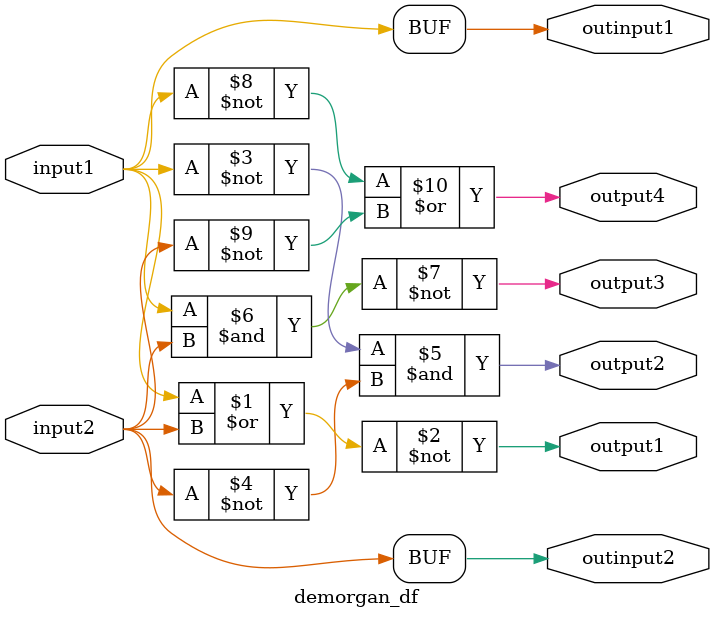
<source format=v>
`timescale 1ns / 1ps


module demorgan_df(
    input input1,
    input input2,
    output outinput1,
    output outinput2,
    output output1,
    output output2,
    output output3,
    output output4
    );
    assign outinput1 = input1;
    assign outinput2 = input2;
    assign output1 = ~(input1 | input2);
    assign output2 = (~input1)&(~input2);
    assign output3 = ~(input1 & input2);
    assign output4 = (~input1)|(~input2);
    
endmodule

</source>
